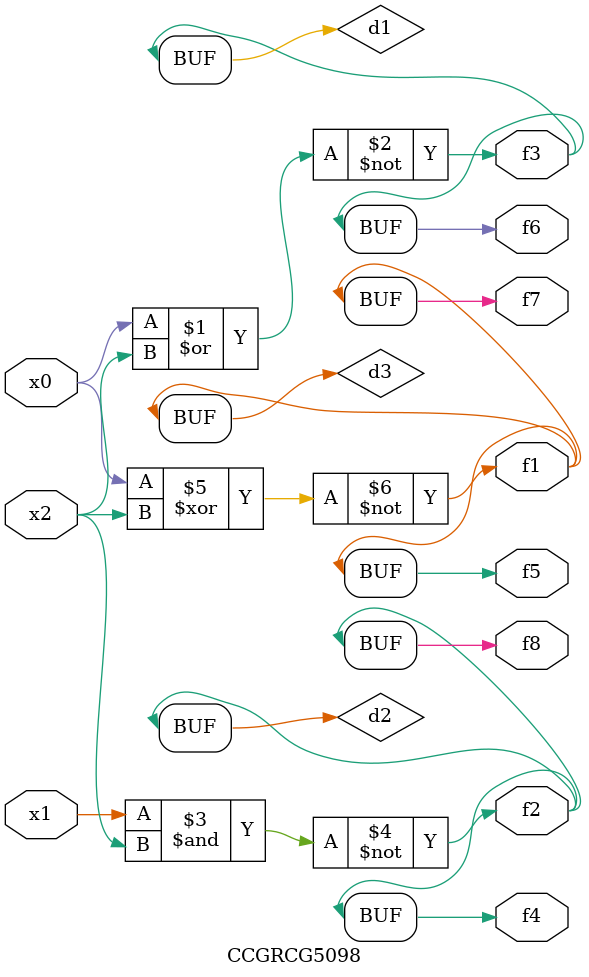
<source format=v>
module CCGRCG5098(
	input x0, x1, x2,
	output f1, f2, f3, f4, f5, f6, f7, f8
);

	wire d1, d2, d3;

	nor (d1, x0, x2);
	nand (d2, x1, x2);
	xnor (d3, x0, x2);
	assign f1 = d3;
	assign f2 = d2;
	assign f3 = d1;
	assign f4 = d2;
	assign f5 = d3;
	assign f6 = d1;
	assign f7 = d3;
	assign f8 = d2;
endmodule

</source>
